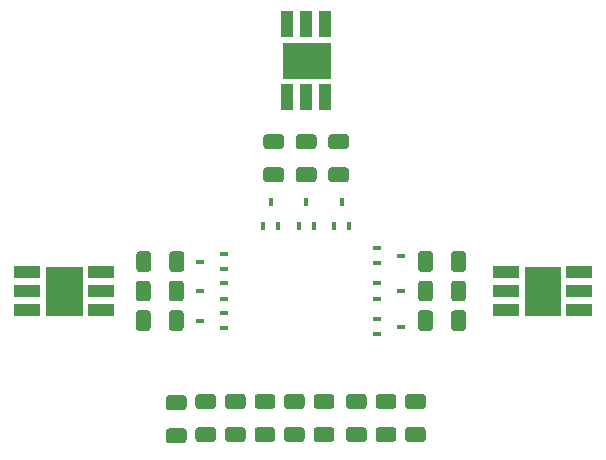
<source format=gbr>
G04 #@! TF.GenerationSoftware,KiCad,Pcbnew,5.1.6*
G04 #@! TF.CreationDate,2020-07-28T12:29:14+02:00*
G04 #@! TF.ProjectId,ESP32_lamp,45535033-325f-46c6-916d-702e6b696361,rev?*
G04 #@! TF.SameCoordinates,Original*
G04 #@! TF.FileFunction,Paste,Top*
G04 #@! TF.FilePolarity,Positive*
%FSLAX46Y46*%
G04 Gerber Fmt 4.6, Leading zero omitted, Abs format (unit mm)*
G04 Created by KiCad (PCBNEW 5.1.6) date 2020-07-28 12:29:14*
%MOMM*%
%LPD*%
G01*
G04 APERTURE LIST*
%ADD10C,0.100000*%
%ADD11R,2.200000X1.000000*%
%ADD12R,1.000000X2.200000*%
%ADD13R,0.450000X0.700000*%
%ADD14R,0.700000X0.450000*%
G04 APERTURE END LIST*
D10*
G36*
X136000000Y-112000000D02*
G01*
X133000000Y-112000000D01*
X133000000Y-108000000D01*
X136000000Y-108000000D01*
X136000000Y-112000000D01*
G37*
X136000000Y-112000000D02*
X133000000Y-112000000D01*
X133000000Y-108000000D01*
X136000000Y-108000000D01*
X136000000Y-112000000D01*
G36*
X153000000Y-92000000D02*
G01*
X153000000Y-89000000D01*
X157000000Y-89000000D01*
X157000000Y-92000000D01*
X153000000Y-92000000D01*
G37*
X153000000Y-92000000D02*
X153000000Y-89000000D01*
X157000000Y-89000000D01*
X157000000Y-92000000D01*
X153000000Y-92000000D01*
G36*
X173500000Y-108000000D02*
G01*
X176500000Y-108000000D01*
X176500000Y-112000000D01*
X173500000Y-112000000D01*
X173500000Y-108000000D01*
G37*
X173500000Y-108000000D02*
X176500000Y-108000000D01*
X176500000Y-112000000D01*
X173500000Y-112000000D01*
X173500000Y-108000000D01*
D11*
X137600000Y-111600000D03*
X137600000Y-110000000D03*
X137600000Y-108400000D03*
X131400000Y-108400000D03*
X131400000Y-110000000D03*
X131400000Y-111600000D03*
D12*
X153400000Y-93600000D03*
X155000000Y-93600000D03*
X156600000Y-93600000D03*
X156600000Y-87400000D03*
X155000000Y-87400000D03*
X153400000Y-87400000D03*
D11*
X171900000Y-108400000D03*
X171900000Y-110000000D03*
X171900000Y-111600000D03*
X178100000Y-111600000D03*
X178100000Y-110000000D03*
X178100000Y-108400000D03*
G36*
G01*
X155625000Y-97975000D02*
X154375000Y-97975000D01*
G75*
G02*
X154125000Y-97725000I0J250000D01*
G01*
X154125000Y-96975000D01*
G75*
G02*
X154375000Y-96725000I250000J0D01*
G01*
X155625000Y-96725000D01*
G75*
G02*
X155875000Y-96975000I0J-250000D01*
G01*
X155875000Y-97725000D01*
G75*
G02*
X155625000Y-97975000I-250000J0D01*
G01*
G37*
G36*
G01*
X155625000Y-100775000D02*
X154375000Y-100775000D01*
G75*
G02*
X154125000Y-100525000I0J250000D01*
G01*
X154125000Y-99775000D01*
G75*
G02*
X154375000Y-99525000I250000J0D01*
G01*
X155625000Y-99525000D01*
G75*
G02*
X155875000Y-99775000I0J-250000D01*
G01*
X155875000Y-100525000D01*
G75*
G02*
X155625000Y-100775000I-250000J0D01*
G01*
G37*
G36*
G01*
X153375000Y-121525000D02*
X154625000Y-121525000D01*
G75*
G02*
X154875000Y-121775000I0J-250000D01*
G01*
X154875000Y-122525000D01*
G75*
G02*
X154625000Y-122775000I-250000J0D01*
G01*
X153375000Y-122775000D01*
G75*
G02*
X153125000Y-122525000I0J250000D01*
G01*
X153125000Y-121775000D01*
G75*
G02*
X153375000Y-121525000I250000J0D01*
G01*
G37*
G36*
G01*
X153375000Y-118725000D02*
X154625000Y-118725000D01*
G75*
G02*
X154875000Y-118975000I0J-250000D01*
G01*
X154875000Y-119725000D01*
G75*
G02*
X154625000Y-119975000I-250000J0D01*
G01*
X153375000Y-119975000D01*
G75*
G02*
X153125000Y-119725000I0J250000D01*
G01*
X153125000Y-118975000D01*
G75*
G02*
X153375000Y-118725000I250000J0D01*
G01*
G37*
G36*
G01*
X167275000Y-110625000D02*
X167275000Y-109375000D01*
G75*
G02*
X167525000Y-109125000I250000J0D01*
G01*
X168275000Y-109125000D01*
G75*
G02*
X168525000Y-109375000I0J-250000D01*
G01*
X168525000Y-110625000D01*
G75*
G02*
X168275000Y-110875000I-250000J0D01*
G01*
X167525000Y-110875000D01*
G75*
G02*
X167275000Y-110625000I0J250000D01*
G01*
G37*
G36*
G01*
X164475000Y-110625000D02*
X164475000Y-109375000D01*
G75*
G02*
X164725000Y-109125000I250000J0D01*
G01*
X165475000Y-109125000D01*
G75*
G02*
X165725000Y-109375000I0J-250000D01*
G01*
X165725000Y-110625000D01*
G75*
G02*
X165475000Y-110875000I-250000J0D01*
G01*
X164725000Y-110875000D01*
G75*
G02*
X164475000Y-110625000I0J250000D01*
G01*
G37*
G36*
G01*
X161125000Y-121525000D02*
X162375000Y-121525000D01*
G75*
G02*
X162625000Y-121775000I0J-250000D01*
G01*
X162625000Y-122525000D01*
G75*
G02*
X162375000Y-122775000I-250000J0D01*
G01*
X161125000Y-122775000D01*
G75*
G02*
X160875000Y-122525000I0J250000D01*
G01*
X160875000Y-121775000D01*
G75*
G02*
X161125000Y-121525000I250000J0D01*
G01*
G37*
G36*
G01*
X161125000Y-118725000D02*
X162375000Y-118725000D01*
G75*
G02*
X162625000Y-118975000I0J-250000D01*
G01*
X162625000Y-119725000D01*
G75*
G02*
X162375000Y-119975000I-250000J0D01*
G01*
X161125000Y-119975000D01*
G75*
G02*
X160875000Y-119725000I0J250000D01*
G01*
X160875000Y-118975000D01*
G75*
G02*
X161125000Y-118725000I250000J0D01*
G01*
G37*
G36*
G01*
X158375000Y-97975000D02*
X157125000Y-97975000D01*
G75*
G02*
X156875000Y-97725000I0J250000D01*
G01*
X156875000Y-96975000D01*
G75*
G02*
X157125000Y-96725000I250000J0D01*
G01*
X158375000Y-96725000D01*
G75*
G02*
X158625000Y-96975000I0J-250000D01*
G01*
X158625000Y-97725000D01*
G75*
G02*
X158375000Y-97975000I-250000J0D01*
G01*
G37*
G36*
G01*
X158375000Y-100775000D02*
X157125000Y-100775000D01*
G75*
G02*
X156875000Y-100525000I0J250000D01*
G01*
X156875000Y-99775000D01*
G75*
G02*
X157125000Y-99525000I250000J0D01*
G01*
X158375000Y-99525000D01*
G75*
G02*
X158625000Y-99775000I0J-250000D01*
G01*
X158625000Y-100525000D01*
G75*
G02*
X158375000Y-100775000I-250000J0D01*
G01*
G37*
G36*
G01*
X155875000Y-121525000D02*
X157125000Y-121525000D01*
G75*
G02*
X157375000Y-121775000I0J-250000D01*
G01*
X157375000Y-122525000D01*
G75*
G02*
X157125000Y-122775000I-250000J0D01*
G01*
X155875000Y-122775000D01*
G75*
G02*
X155625000Y-122525000I0J250000D01*
G01*
X155625000Y-121775000D01*
G75*
G02*
X155875000Y-121525000I250000J0D01*
G01*
G37*
G36*
G01*
X155875000Y-118725000D02*
X157125000Y-118725000D01*
G75*
G02*
X157375000Y-118975000I0J-250000D01*
G01*
X157375000Y-119725000D01*
G75*
G02*
X157125000Y-119975000I-250000J0D01*
G01*
X155875000Y-119975000D01*
G75*
G02*
X155625000Y-119725000I0J250000D01*
G01*
X155625000Y-118975000D01*
G75*
G02*
X155875000Y-118725000I250000J0D01*
G01*
G37*
G36*
G01*
X167275000Y-113125000D02*
X167275000Y-111875000D01*
G75*
G02*
X167525000Y-111625000I250000J0D01*
G01*
X168275000Y-111625000D01*
G75*
G02*
X168525000Y-111875000I0J-250000D01*
G01*
X168525000Y-113125000D01*
G75*
G02*
X168275000Y-113375000I-250000J0D01*
G01*
X167525000Y-113375000D01*
G75*
G02*
X167275000Y-113125000I0J250000D01*
G01*
G37*
G36*
G01*
X164475000Y-113125000D02*
X164475000Y-111875000D01*
G75*
G02*
X164725000Y-111625000I250000J0D01*
G01*
X165475000Y-111625000D01*
G75*
G02*
X165725000Y-111875000I0J-250000D01*
G01*
X165725000Y-113125000D01*
G75*
G02*
X165475000Y-113375000I-250000J0D01*
G01*
X164725000Y-113375000D01*
G75*
G02*
X164475000Y-113125000I0J250000D01*
G01*
G37*
G36*
G01*
X163625000Y-121525000D02*
X164875000Y-121525000D01*
G75*
G02*
X165125000Y-121775000I0J-250000D01*
G01*
X165125000Y-122525000D01*
G75*
G02*
X164875000Y-122775000I-250000J0D01*
G01*
X163625000Y-122775000D01*
G75*
G02*
X163375000Y-122525000I0J250000D01*
G01*
X163375000Y-121775000D01*
G75*
G02*
X163625000Y-121525000I250000J0D01*
G01*
G37*
G36*
G01*
X163625000Y-118725000D02*
X164875000Y-118725000D01*
G75*
G02*
X165125000Y-118975000I0J-250000D01*
G01*
X165125000Y-119725000D01*
G75*
G02*
X164875000Y-119975000I-250000J0D01*
G01*
X163625000Y-119975000D01*
G75*
G02*
X163375000Y-119725000I0J250000D01*
G01*
X163375000Y-118975000D01*
G75*
G02*
X163625000Y-118725000I250000J0D01*
G01*
G37*
G36*
G01*
X152875000Y-97975000D02*
X151625000Y-97975000D01*
G75*
G02*
X151375000Y-97725000I0J250000D01*
G01*
X151375000Y-96975000D01*
G75*
G02*
X151625000Y-96725000I250000J0D01*
G01*
X152875000Y-96725000D01*
G75*
G02*
X153125000Y-96975000I0J-250000D01*
G01*
X153125000Y-97725000D01*
G75*
G02*
X152875000Y-97975000I-250000J0D01*
G01*
G37*
G36*
G01*
X152875000Y-100775000D02*
X151625000Y-100775000D01*
G75*
G02*
X151375000Y-100525000I0J250000D01*
G01*
X151375000Y-99775000D01*
G75*
G02*
X151625000Y-99525000I250000J0D01*
G01*
X152875000Y-99525000D01*
G75*
G02*
X153125000Y-99775000I0J-250000D01*
G01*
X153125000Y-100525000D01*
G75*
G02*
X152875000Y-100775000I-250000J0D01*
G01*
G37*
G36*
G01*
X150875000Y-121525000D02*
X152125000Y-121525000D01*
G75*
G02*
X152375000Y-121775000I0J-250000D01*
G01*
X152375000Y-122525000D01*
G75*
G02*
X152125000Y-122775000I-250000J0D01*
G01*
X150875000Y-122775000D01*
G75*
G02*
X150625000Y-122525000I0J250000D01*
G01*
X150625000Y-121775000D01*
G75*
G02*
X150875000Y-121525000I250000J0D01*
G01*
G37*
G36*
G01*
X150875000Y-118725000D02*
X152125000Y-118725000D01*
G75*
G02*
X152375000Y-118975000I0J-250000D01*
G01*
X152375000Y-119725000D01*
G75*
G02*
X152125000Y-119975000I-250000J0D01*
G01*
X150875000Y-119975000D01*
G75*
G02*
X150625000Y-119725000I0J250000D01*
G01*
X150625000Y-118975000D01*
G75*
G02*
X150875000Y-118725000I250000J0D01*
G01*
G37*
G36*
G01*
X167275000Y-108125000D02*
X167275000Y-106875000D01*
G75*
G02*
X167525000Y-106625000I250000J0D01*
G01*
X168275000Y-106625000D01*
G75*
G02*
X168525000Y-106875000I0J-250000D01*
G01*
X168525000Y-108125000D01*
G75*
G02*
X168275000Y-108375000I-250000J0D01*
G01*
X167525000Y-108375000D01*
G75*
G02*
X167275000Y-108125000I0J250000D01*
G01*
G37*
G36*
G01*
X164475000Y-108125000D02*
X164475000Y-106875000D01*
G75*
G02*
X164725000Y-106625000I250000J0D01*
G01*
X165475000Y-106625000D01*
G75*
G02*
X165725000Y-106875000I0J-250000D01*
G01*
X165725000Y-108125000D01*
G75*
G02*
X165475000Y-108375000I-250000J0D01*
G01*
X164725000Y-108375000D01*
G75*
G02*
X164475000Y-108125000I0J250000D01*
G01*
G37*
G36*
G01*
X158625000Y-121525000D02*
X159875000Y-121525000D01*
G75*
G02*
X160125000Y-121775000I0J-250000D01*
G01*
X160125000Y-122525000D01*
G75*
G02*
X159875000Y-122775000I-250000J0D01*
G01*
X158625000Y-122775000D01*
G75*
G02*
X158375000Y-122525000I0J250000D01*
G01*
X158375000Y-121775000D01*
G75*
G02*
X158625000Y-121525000I250000J0D01*
G01*
G37*
G36*
G01*
X158625000Y-118725000D02*
X159875000Y-118725000D01*
G75*
G02*
X160125000Y-118975000I0J-250000D01*
G01*
X160125000Y-119725000D01*
G75*
G02*
X159875000Y-119975000I-250000J0D01*
G01*
X158625000Y-119975000D01*
G75*
G02*
X158375000Y-119725000I0J250000D01*
G01*
X158375000Y-118975000D01*
G75*
G02*
X158625000Y-118725000I250000J0D01*
G01*
G37*
G36*
G01*
X141875000Y-106875000D02*
X141875000Y-108125000D01*
G75*
G02*
X141625000Y-108375000I-250000J0D01*
G01*
X140875000Y-108375000D01*
G75*
G02*
X140625000Y-108125000I0J250000D01*
G01*
X140625000Y-106875000D01*
G75*
G02*
X140875000Y-106625000I250000J0D01*
G01*
X141625000Y-106625000D01*
G75*
G02*
X141875000Y-106875000I0J-250000D01*
G01*
G37*
G36*
G01*
X144675000Y-106875000D02*
X144675000Y-108125000D01*
G75*
G02*
X144425000Y-108375000I-250000J0D01*
G01*
X143675000Y-108375000D01*
G75*
G02*
X143425000Y-108125000I0J250000D01*
G01*
X143425000Y-106875000D01*
G75*
G02*
X143675000Y-106625000I250000J0D01*
G01*
X144425000Y-106625000D01*
G75*
G02*
X144675000Y-106875000I0J-250000D01*
G01*
G37*
G36*
G01*
X141825000Y-109375000D02*
X141825000Y-110625000D01*
G75*
G02*
X141575000Y-110875000I-250000J0D01*
G01*
X140825000Y-110875000D01*
G75*
G02*
X140575000Y-110625000I0J250000D01*
G01*
X140575000Y-109375000D01*
G75*
G02*
X140825000Y-109125000I250000J0D01*
G01*
X141575000Y-109125000D01*
G75*
G02*
X141825000Y-109375000I0J-250000D01*
G01*
G37*
G36*
G01*
X144625000Y-109375000D02*
X144625000Y-110625000D01*
G75*
G02*
X144375000Y-110875000I-250000J0D01*
G01*
X143625000Y-110875000D01*
G75*
G02*
X143375000Y-110625000I0J250000D01*
G01*
X143375000Y-109375000D01*
G75*
G02*
X143625000Y-109125000I250000J0D01*
G01*
X144375000Y-109125000D01*
G75*
G02*
X144625000Y-109375000I0J-250000D01*
G01*
G37*
G36*
G01*
X141825000Y-111875000D02*
X141825000Y-113125000D01*
G75*
G02*
X141575000Y-113375000I-250000J0D01*
G01*
X140825000Y-113375000D01*
G75*
G02*
X140575000Y-113125000I0J250000D01*
G01*
X140575000Y-111875000D01*
G75*
G02*
X140825000Y-111625000I250000J0D01*
G01*
X141575000Y-111625000D01*
G75*
G02*
X141825000Y-111875000I0J-250000D01*
G01*
G37*
G36*
G01*
X144625000Y-111875000D02*
X144625000Y-113125000D01*
G75*
G02*
X144375000Y-113375000I-250000J0D01*
G01*
X143625000Y-113375000D01*
G75*
G02*
X143375000Y-113125000I0J250000D01*
G01*
X143375000Y-111875000D01*
G75*
G02*
X143625000Y-111625000I250000J0D01*
G01*
X144375000Y-111625000D01*
G75*
G02*
X144625000Y-111875000I0J-250000D01*
G01*
G37*
G36*
G01*
X148375000Y-121525000D02*
X149625000Y-121525000D01*
G75*
G02*
X149875000Y-121775000I0J-250000D01*
G01*
X149875000Y-122525000D01*
G75*
G02*
X149625000Y-122775000I-250000J0D01*
G01*
X148375000Y-122775000D01*
G75*
G02*
X148125000Y-122525000I0J250000D01*
G01*
X148125000Y-121775000D01*
G75*
G02*
X148375000Y-121525000I250000J0D01*
G01*
G37*
G36*
G01*
X148375000Y-118725000D02*
X149625000Y-118725000D01*
G75*
G02*
X149875000Y-118975000I0J-250000D01*
G01*
X149875000Y-119725000D01*
G75*
G02*
X149625000Y-119975000I-250000J0D01*
G01*
X148375000Y-119975000D01*
G75*
G02*
X148125000Y-119725000I0J250000D01*
G01*
X148125000Y-118975000D01*
G75*
G02*
X148375000Y-118725000I250000J0D01*
G01*
G37*
G36*
G01*
X145875000Y-121525000D02*
X147125000Y-121525000D01*
G75*
G02*
X147375000Y-121775000I0J-250000D01*
G01*
X147375000Y-122525000D01*
G75*
G02*
X147125000Y-122775000I-250000J0D01*
G01*
X145875000Y-122775000D01*
G75*
G02*
X145625000Y-122525000I0J250000D01*
G01*
X145625000Y-121775000D01*
G75*
G02*
X145875000Y-121525000I250000J0D01*
G01*
G37*
G36*
G01*
X145875000Y-118725000D02*
X147125000Y-118725000D01*
G75*
G02*
X147375000Y-118975000I0J-250000D01*
G01*
X147375000Y-119725000D01*
G75*
G02*
X147125000Y-119975000I-250000J0D01*
G01*
X145875000Y-119975000D01*
G75*
G02*
X145625000Y-119725000I0J250000D01*
G01*
X145625000Y-118975000D01*
G75*
G02*
X145875000Y-118725000I250000J0D01*
G01*
G37*
G36*
G01*
X143375000Y-121625000D02*
X144625000Y-121625000D01*
G75*
G02*
X144875000Y-121875000I0J-250000D01*
G01*
X144875000Y-122625000D01*
G75*
G02*
X144625000Y-122875000I-250000J0D01*
G01*
X143375000Y-122875000D01*
G75*
G02*
X143125000Y-122625000I0J250000D01*
G01*
X143125000Y-121875000D01*
G75*
G02*
X143375000Y-121625000I250000J0D01*
G01*
G37*
G36*
G01*
X143375000Y-118825000D02*
X144625000Y-118825000D01*
G75*
G02*
X144875000Y-119075000I0J-250000D01*
G01*
X144875000Y-119825000D01*
G75*
G02*
X144625000Y-120075000I-250000J0D01*
G01*
X143375000Y-120075000D01*
G75*
G02*
X143125000Y-119825000I0J250000D01*
G01*
X143125000Y-119075000D01*
G75*
G02*
X143375000Y-118825000I250000J0D01*
G01*
G37*
D13*
X155000000Y-102500000D03*
X155650000Y-104500000D03*
X154350000Y-104500000D03*
D14*
X163000000Y-110000000D03*
X161000000Y-110650000D03*
X161000000Y-109350000D03*
D13*
X158000000Y-102500000D03*
X158650000Y-104500000D03*
X157350000Y-104500000D03*
D14*
X163000000Y-113000000D03*
X161000000Y-113650000D03*
X161000000Y-112350000D03*
D13*
X152000000Y-102500000D03*
X152650000Y-104500000D03*
X151350000Y-104500000D03*
D14*
X163000000Y-107000000D03*
X161000000Y-107650000D03*
X161000000Y-106350000D03*
X146000000Y-107500000D03*
X148000000Y-106850000D03*
X148000000Y-108150000D03*
X146000000Y-110000000D03*
X148000000Y-109350000D03*
X148000000Y-110650000D03*
X146000000Y-112500000D03*
X148000000Y-111850000D03*
X148000000Y-113150000D03*
M02*

</source>
